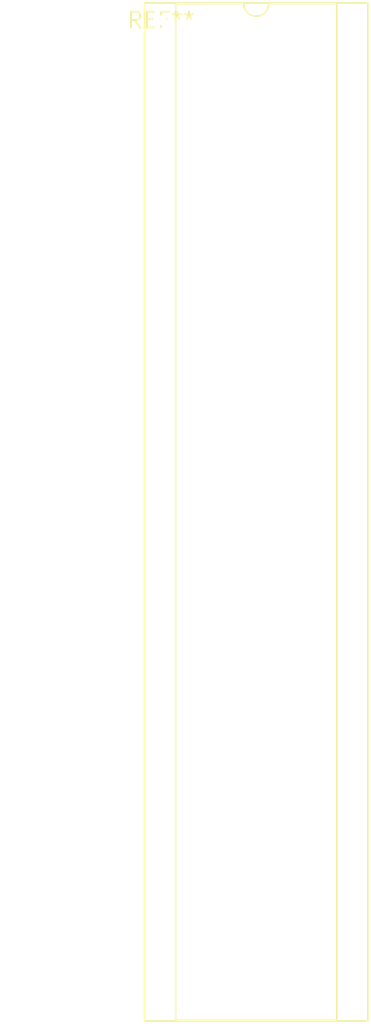
<source format=kicad_pcb>
(kicad_pcb (version 20240108) (generator pcbnew)
  (layers (0 "F.Cu" signal) (31 "B.Cu" signal) (34 "B.Paste" user) (35 "F.Paste" user) (36 "B.SilkS" user "B.Silkscreen") (37 "F.SilkS" user "F.Silkscreen") (38 "B.Mask" user) (39 "F.Mask" user) (44 "Edge.Cuts" user))
  (net 0 "")
  (footprint "DIP-64_W15.24mm_Socket" (layer "F.Cu") (at 0 0)
    (property "Reference" "REF**")
    (property "Value" "DIP-64_W15.24mm_Socket")
    (fp_line (start -1.33 -1.39) (end -1.33 80.13) (layer "F.SilkS") (stroke (width 0.12)))
    (fp_line (start -1.33 80.13) (end 16.57 80.13) (layer "F.SilkS") (stroke (width 0.12)))
    (fp_line (start 1.16 -1.33) (end 1.16 80.07) (layer "F.SilkS") (stroke (width 0.12)))
    (fp_line (start 1.16 80.07) (end 14.08 80.07) (layer "F.SilkS") (stroke (width 0.12)))
    (fp_line (start 6.62 -1.33) (end 1.16 -1.33) (layer "F.SilkS") (stroke (width 0.12)))
    (fp_line (start 14.08 -1.33) (end 8.62 -1.33) (layer "F.SilkS") (stroke (width 0.12)))
    (fp_line (start 14.08 80.07) (end 14.08 -1.33) (layer "F.SilkS") (stroke (width 0.12)))
    (fp_line (start 16.57 -1.39) (end -1.33 -1.39) (layer "F.SilkS") (stroke (width 0.12)))
    (fp_line (start 16.57 80.13) (end 16.57 -1.39) (layer "F.SilkS") (stroke (width 0.12)))
    (fp_arc (start 8.62 -1.33) (mid 7.62 -0.33) (end 6.62 -1.33) (layer "F.SilkS") (stroke (width 0.12)))
    (pad "1" thru_hole rect (at 0 0) (size 1.6 1.6) (drill 0.8) (layers *.Cu *.Mask) (remove_unused_layers))
    (pad "2" thru_hole oval (at 0 2.54) (size 1.6 1.6) (drill 0.8) (layers *.Cu *.Mask) (remove_unused_layers))
    (pad "3" thru_hole oval (at 0 5.08) (size 1.6 1.6) (drill 0.8) (layers *.Cu *.Mask) (remove_unused_layers))
    (pad "4" thru_hole oval (at 0 7.62) (size 1.6 1.6) (drill 0.8) (layers *.Cu *.Mask) (remove_unused_layers))
    (pad "5" thru_hole oval (at 0 10.16) (size 1.6 1.6) (drill 0.8) (layers *.Cu *.Mask) (remove_unused_layers))
    (pad "6" thru_hole oval (at 0 12.7) (size 1.6 1.6) (drill 0.8) (layers *.Cu *.Mask) (remove_unused_layers))
    (pad "7" thru_hole oval (at 0 15.24) (size 1.6 1.6) (drill 0.8) (layers *.Cu *.Mask) (remove_unused_layers))
    (pad "8" thru_hole oval (at 0 17.78) (size 1.6 1.6) (drill 0.8) (layers *.Cu *.Mask) (remove_unused_layers))
    (pad "9" thru_hole oval (at 0 20.32) (size 1.6 1.6) (drill 0.8) (layers *.Cu *.Mask) (remove_unused_layers))
    (pad "10" thru_hole oval (at 0 22.86) (size 1.6 1.6) (drill 0.8) (layers *.Cu *.Mask) (remove_unused_layers))
    (pad "11" thru_hole oval (at 0 25.4) (size 1.6 1.6) (drill 0.8) (layers *.Cu *.Mask) (remove_unused_layers))
    (pad "12" thru_hole oval (at 0 27.94) (size 1.6 1.6) (drill 0.8) (layers *.Cu *.Mask) (remove_unused_layers))
    (pad "13" thru_hole oval (at 0 30.48) (size 1.6 1.6) (drill 0.8) (layers *.Cu *.Mask) (remove_unused_layers))
    (pad "14" thru_hole oval (at 0 33.02) (size 1.6 1.6) (drill 0.8) (layers *.Cu *.Mask) (remove_unused_layers))
    (pad "15" thru_hole oval (at 0 35.56) (size 1.6 1.6) (drill 0.8) (layers *.Cu *.Mask) (remove_unused_layers))
    (pad "16" thru_hole oval (at 0 38.1) (size 1.6 1.6) (drill 0.8) (layers *.Cu *.Mask) (remove_unused_layers))
    (pad "17" thru_hole oval (at 0 40.64) (size 1.6 1.6) (drill 0.8) (layers *.Cu *.Mask) (remove_unused_layers))
    (pad "18" thru_hole oval (at 0 43.18) (size 1.6 1.6) (drill 0.8) (layers *.Cu *.Mask) (remove_unused_layers))
    (pad "19" thru_hole oval (at 0 45.72) (size 1.6 1.6) (drill 0.8) (layers *.Cu *.Mask) (remove_unused_layers))
    (pad "20" thru_hole oval (at 0 48.26) (size 1.6 1.6) (drill 0.8) (layers *.Cu *.Mask) (remove_unused_layers))
    (pad "21" thru_hole oval (at 0 50.8) (size 1.6 1.6) (drill 0.8) (layers *.Cu *.Mask) (remove_unused_layers))
    (pad "22" thru_hole oval (at 0 53.34) (size 1.6 1.6) (drill 0.8) (layers *.Cu *.Mask) (remove_unused_layers))
    (pad "23" thru_hole oval (at 0 55.88) (size 1.6 1.6) (drill 0.8) (layers *.Cu *.Mask) (remove_unused_layers))
    (pad "24" thru_hole oval (at 0 58.42) (size 1.6 1.6) (drill 0.8) (layers *.Cu *.Mask) (remove_unused_layers))
    (pad "25" thru_hole oval (at 0 60.96) (size 1.6 1.6) (drill 0.8) (layers *.Cu *.Mask) (remove_unused_layers))
    (pad "26" thru_hole oval (at 0 63.5) (size 1.6 1.6) (drill 0.8) (layers *.Cu *.Mask) (remove_unused_layers))
    (pad "27" thru_hole oval (at 0 66.04) (size 1.6 1.6) (drill 0.8) (layers *.Cu *.Mask) (remove_unused_layers))
    (pad "28" thru_hole oval (at 0 68.58) (size 1.6 1.6) (drill 0.8) (layers *.Cu *.Mask) (remove_unused_layers))
    (pad "29" thru_hole oval (at 0 71.12) (size 1.6 1.6) (drill 0.8) (layers *.Cu *.Mask) (remove_unused_layers))
    (pad "30" thru_hole oval (at 0 73.66) (size 1.6 1.6) (drill 0.8) (layers *.Cu *.Mask) (remove_unused_layers))
    (pad "31" thru_hole oval (at 0 76.2) (size 1.6 1.6) (drill 0.8) (layers *.Cu *.Mask) (remove_unused_layers))
    (pad "32" thru_hole oval (at 0 78.74) (size 1.6 1.6) (drill 0.8) (layers *.Cu *.Mask) (remove_unused_layers))
    (pad "33" thru_hole oval (at 15.24 78.74) (size 1.6 1.6) (drill 0.8) (layers *.Cu *.Mask) (remove_unused_layers))
    (pad "34" thru_hole oval (at 15.24 76.2) (size 1.6 1.6) (drill 0.8) (layers *.Cu *.Mask) (remove_unused_layers))
    (pad "35" thru_hole oval (at 15.24 73.66) (size 1.6 1.6) (drill 0.8) (layers *.Cu *.Mask) (remove_unused_layers))
    (pad "36" thru_hole oval (at 15.24 71.12) (size 1.6 1.6) (drill 0.8) (layers *.Cu *.Mask) (remove_unused_layers))
    (pad "37" thru_hole oval (at 15.24 68.58) (size 1.6 1.6) (drill 0.8) (layers *.Cu *.Mask) (remove_unused_layers))
    (pad "38" thru_hole oval (at 15.24 66.04) (size 1.6 1.6) (drill 0.8) (layers *.Cu *.Mask) (remove_unused_layers))
    (pad "39" thru_hole oval (at 15.24 63.5) (size 1.6 1.6) (drill 0.8) (layers *.Cu *.Mask) (remove_unused_layers))
    (pad "40" thru_hole oval (at 15.24 60.96) (size 1.6 1.6) (drill 0.8) (layers *.Cu *.Mask) (remove_unused_layers))
    (pad "41" thru_hole oval (at 15.24 58.42) (size 1.6 1.6) (drill 0.8) (layers *.Cu *.Mask) (remove_unused_layers))
    (pad "42" thru_hole oval (at 15.24 55.88) (size 1.6 1.6) (drill 0.8) (layers *.Cu *.Mask) (remove_unused_layers))
    (pad "43" thru_hole oval (at 15.24 53.34) (size 1.6 1.6) (drill 0.8) (layers *.Cu *.Mask) (remove_unused_layers))
    (pad "44" thru_hole oval (at 15.24 50.8) (size 1.6 1.6) (drill 0.8) (layers *.Cu *.Mask) (remove_unused_layers))
    (pad "45" thru_hole oval (at 15.24 48.26) (size 1.6 1.6) (drill 0.8) (layers *.Cu *.Mask) (remove_unused_layers))
    (pad "46" thru_hole oval (at 15.24 45.72) (size 1.6 1.6) (drill 0.8) (layers *.Cu *.Mask) (remove_unused_layers))
    (pad "47" thru_hole oval (at 15.24 43.18) (size 1.6 1.6) (drill 0.8) (layers *.Cu *.Mask) (remove_unused_layers))
    (pad "48" thru_hole oval (at 15.24 40.64) (size 1.6 1.6) (drill 0.8) (layers *.Cu *.Mask) (remove_unused_layers))
    (pad "49" thru_hole oval (at 15.24 38.1) (size 1.6 1.6) (drill 0.8) (layers *.Cu *.Mask) (remove_unused_layers))
    (pad "50" thru_hole oval (at 15.24 35.56) (size 1.6 1.6) (drill 0.8) (layers *.Cu *.Mask) (remove_unused_layers))
    (pad "51" thru_hole oval (at 15.24 33.02) (size 1.6 1.6) (drill 0.8) (layers *.Cu *.Mask) (remove_unused_layers))
    (pad "52" thru_hole oval (at 15.24 30.48) (size 1.6 1.6) (drill 0.8) (layers *.Cu *.Mask) (remove_unused_layers))
    (pad "53" thru_hole oval (at 15.24 27.94) (size 1.6 1.6) (drill 0.8) (layers *.Cu *.Mask) (remove_unused_layers))
    (pad "54" thru_hole oval (at 15.24 25.4) (size 1.6 1.6) (drill 0.8) (layers *.Cu *.Mask) (remove_unused_layers))
    (pad "55" thru_hole oval (at 15.24 22.86) (size 1.6 1.6) (drill 0.8) (layers *.Cu *.Mask) (remove_unused_layers))
    (pad "56" thru_hole oval (at 15.24 20.32) (size 1.6 1.6) (drill 0.8) (layers *.Cu *.Mask) (remove_unused_layers))
    (pad "57" thru_hole oval (at 15.24 17.78) (size 1.6 1.6) (drill 0.8) (layers *.Cu *.Mask) (remove_unused_layers))
    (pad "58" thru_hole oval (at 15.24 15.24) (size 1.6 1.6) (drill 0.8) (layers *.Cu *.Mask) (remove_unused_layers))
    (pad "59" thru_hole oval (at 15.24 12.7) (size 1.6 1.6) (drill 0.8) (layers *.Cu *.Mask) (remove_unused_layers))
    (pad "60" thru_hole oval (at 15.24 10.16) (size 1.6 1.6) (drill 0.8) (layers *.Cu *.Mask) (remove_unused_layers))
    (pad "61" thru_hole oval (at 15.24 7.62) (size 1.6 1.6) (drill 0.8) (layers *.Cu *.Mask) (remove_unused_layers))
    (pad "62" thru_hole oval (at 15.24 5.08) (size 1.6 1.6) (drill 0.8) (layers *.Cu *.Mask) (remove_unused_layers))
    (pad "63" thru_hole oval (at 15.24 2.54) (size 1.6 1.6) (drill 0.8) (layers *.Cu *.Mask) (remove_unused_layers))
    (pad "64" thru_hole oval (at 15.24 0) (size 1.6 1.6) (drill 0.8) (layers *.Cu *.Mask) (remove_unused_layers))
  )
)
</source>
